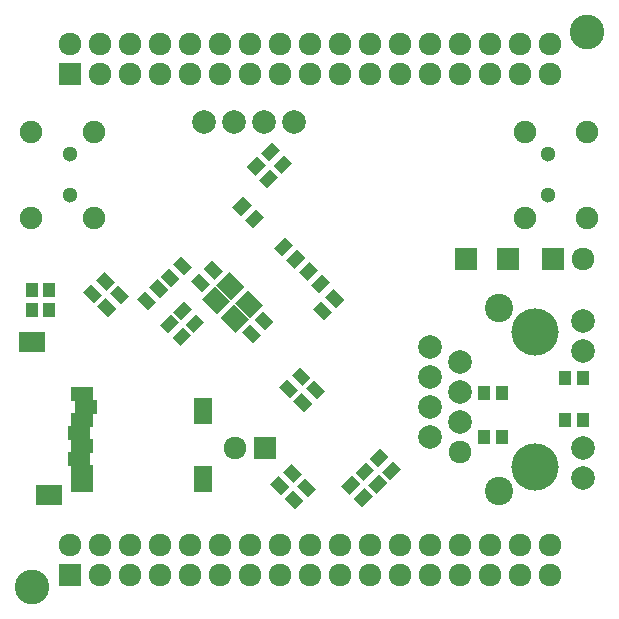
<source format=gbs>
G04 #@! TF.FileFunction,Soldermask,Bot*
%FSLAX46Y46*%
G04 Gerber Fmt 4.6, Leading zero omitted, Abs format (unit mm)*
G04 Created by KiCad (PCBNEW 4.0.7) date 01/23/18 17:02:15*
%MOMM*%
%LPD*%
G01*
G04 APERTURE LIST*
%ADD10C,0.100000*%
%ADD11C,1.924000*%
%ADD12C,2.000000*%
%ADD13C,4.000000*%
%ADD14C,2.400000*%
%ADD15C,1.300000*%
%ADD16C,1.900000*%
%ADD17R,1.924000X1.924000*%
%ADD18R,1.000000X1.300000*%
%ADD19R,2.300000X1.800000*%
%ADD20R,1.900000X1.200000*%
%ADD21R,1.500000X2.200000*%
%ADD22R,1.900000X1.900000*%
%ADD23C,2.940000*%
G04 APERTURE END LIST*
D10*
G36*
X16724264Y29143503D02*
X17643503Y28224264D01*
X16936396Y27517157D01*
X16017157Y28436396D01*
X16724264Y29143503D01*
X16724264Y29143503D01*
G37*
G36*
X15663604Y28082843D02*
X16582843Y27163604D01*
X15875736Y26456497D01*
X14956497Y27375736D01*
X15663604Y28082843D01*
X15663604Y28082843D01*
G37*
G36*
X20175736Y22156497D02*
X19256497Y23075736D01*
X19963604Y23782843D01*
X20882843Y22863604D01*
X20175736Y22156497D01*
X20175736Y22156497D01*
G37*
G36*
X21236396Y23217157D02*
X20317157Y24136396D01*
X21024264Y24843503D01*
X21943503Y23924264D01*
X21236396Y23217157D01*
X21236396Y23217157D01*
G37*
D11*
X37700000Y12900000D03*
D12*
X35160000Y14170000D03*
X37700000Y15440000D03*
X35160000Y16710000D03*
X37700000Y17980000D03*
X35160000Y19250000D03*
X37700000Y20520000D03*
X35160000Y21790000D03*
X48110000Y10720000D03*
X48110000Y13260000D03*
X48110000Y21430000D03*
X48110000Y23970000D03*
D13*
X44050000Y11630000D03*
X44050000Y23060000D03*
D14*
X41000000Y9600000D03*
X41000000Y25090000D03*
D15*
X45200000Y34650000D03*
X45200000Y38150000D03*
D16*
X43200000Y32750000D03*
X43200000Y40050000D03*
X48500000Y32750000D03*
X48500000Y40050000D03*
D15*
X4700000Y38150000D03*
X4700000Y34650000D03*
D16*
X6700000Y40050000D03*
X6700000Y32750000D03*
X1400000Y40050000D03*
X1400000Y32750000D03*
D10*
G36*
X17101171Y27071842D02*
X18228158Y28198829D01*
X19498829Y26928158D01*
X18371842Y25801171D01*
X17101171Y27071842D01*
X17101171Y27071842D01*
G37*
G36*
X18663736Y25509277D02*
X19790723Y26636264D01*
X21061394Y25365593D01*
X19934407Y24238606D01*
X18663736Y25509277D01*
X18663736Y25509277D01*
G37*
G36*
X17460381Y24305923D02*
X18587368Y25432910D01*
X19858039Y24162239D01*
X18731052Y23035252D01*
X17460381Y24305923D01*
X17460381Y24305923D01*
G37*
G36*
X15897817Y25868488D02*
X17024804Y26995475D01*
X18295475Y25724804D01*
X17168488Y24597817D01*
X15897817Y25868488D01*
X15897817Y25868488D01*
G37*
D11*
X4700000Y5040000D03*
D17*
X4700000Y2500000D03*
D11*
X7240000Y5040000D03*
X7240000Y2500000D03*
X9780000Y5040000D03*
X9780000Y2500000D03*
X12320000Y5040000D03*
X12320000Y2500000D03*
X14860000Y5040000D03*
X14860000Y2500000D03*
X17400000Y5040000D03*
X17400000Y2500000D03*
X19940000Y5040000D03*
X19940000Y2500000D03*
X22480000Y5040000D03*
X22480000Y2500000D03*
X25020000Y5040000D03*
X25020000Y2500000D03*
X27560000Y5040000D03*
X27560000Y2500000D03*
X30100000Y5040000D03*
X30100000Y2500000D03*
X32640000Y5040000D03*
X32640000Y2500000D03*
X35180000Y5040000D03*
X35180000Y2500000D03*
X37720000Y5040000D03*
X37720000Y2500000D03*
X40260000Y5040000D03*
X40260000Y2500000D03*
X42800000Y5040000D03*
X42800000Y2500000D03*
X45340000Y5040000D03*
X45340000Y2500000D03*
X4700000Y47440000D03*
D17*
X4700000Y44900000D03*
D11*
X7240000Y47440000D03*
X7240000Y44900000D03*
X9780000Y47440000D03*
X9780000Y44900000D03*
X12320000Y47440000D03*
X12320000Y44900000D03*
X14860000Y47440000D03*
X14860000Y44900000D03*
X17400000Y47440000D03*
X17400000Y44900000D03*
X19940000Y47440000D03*
X19940000Y44900000D03*
X22480000Y47440000D03*
X22480000Y44900000D03*
X25020000Y47440000D03*
X25020000Y44900000D03*
X27560000Y47440000D03*
X27560000Y44900000D03*
X30100000Y47440000D03*
X30100000Y44900000D03*
X32640000Y47440000D03*
X32640000Y44900000D03*
X35180000Y47440000D03*
X35180000Y44900000D03*
X37720000Y47440000D03*
X37720000Y44900000D03*
X40260000Y47440000D03*
X40260000Y44900000D03*
X42800000Y47440000D03*
X42800000Y44900000D03*
X45340000Y47440000D03*
X45340000Y44900000D03*
D18*
X39750000Y14200000D03*
X41250000Y14200000D03*
D10*
G36*
X24624264Y10743503D02*
X25543503Y9824264D01*
X24836396Y9117157D01*
X23917157Y10036396D01*
X24624264Y10743503D01*
X24624264Y10743503D01*
G37*
G36*
X23563604Y9682843D02*
X24482843Y8763604D01*
X23775736Y8056497D01*
X22856497Y8975736D01*
X23563604Y9682843D01*
X23563604Y9682843D01*
G37*
G36*
X23424264Y11943503D02*
X24343503Y11024264D01*
X23636396Y10317157D01*
X22717157Y11236396D01*
X23424264Y11943503D01*
X23424264Y11943503D01*
G37*
G36*
X22363604Y10882843D02*
X23282843Y9963604D01*
X22575736Y9256497D01*
X21656497Y10175736D01*
X22363604Y10882843D01*
X22363604Y10882843D01*
G37*
D18*
X39750000Y17950000D03*
X41250000Y17950000D03*
D10*
G36*
X28856497Y11174264D02*
X29775736Y12093503D01*
X30482843Y11386396D01*
X29563604Y10467157D01*
X28856497Y11174264D01*
X28856497Y11174264D01*
G37*
G36*
X29917157Y10113604D02*
X30836396Y11032843D01*
X31543503Y10325736D01*
X30624264Y9406497D01*
X29917157Y10113604D01*
X29917157Y10113604D01*
G37*
G36*
X27656497Y10024264D02*
X28575736Y10943503D01*
X29282843Y10236396D01*
X28363604Y9317157D01*
X27656497Y10024264D01*
X27656497Y10024264D01*
G37*
G36*
X28717157Y8963604D02*
X29636396Y9882843D01*
X30343503Y9175736D01*
X29424264Y8256497D01*
X28717157Y8963604D01*
X28717157Y8963604D01*
G37*
G36*
X14993503Y22825736D02*
X14074264Y21906497D01*
X13367157Y22613604D01*
X14286396Y23532843D01*
X14993503Y22825736D01*
X14993503Y22825736D01*
G37*
G36*
X13932843Y23886396D02*
X13013604Y22967157D01*
X12306497Y23674264D01*
X13225736Y24593503D01*
X13932843Y23886396D01*
X13932843Y23886396D01*
G37*
G36*
X19656497Y37024264D02*
X20575736Y37943503D01*
X21282843Y37236396D01*
X20363604Y36317157D01*
X19656497Y37024264D01*
X19656497Y37024264D01*
G37*
G36*
X20717157Y35963604D02*
X21636396Y36882843D01*
X22343503Y36175736D01*
X21424264Y35256497D01*
X20717157Y35963604D01*
X20717157Y35963604D01*
G37*
G36*
X7574264Y28193503D02*
X8493503Y27274264D01*
X7786396Y26567157D01*
X6867157Y27486396D01*
X7574264Y28193503D01*
X7574264Y28193503D01*
G37*
G36*
X6513604Y27132843D02*
X7432843Y26213604D01*
X6725736Y25506497D01*
X5806497Y26425736D01*
X6513604Y27132843D01*
X6513604Y27132843D01*
G37*
G36*
X24525736Y16306497D02*
X23606497Y17225736D01*
X24313604Y17932843D01*
X25232843Y17013604D01*
X24525736Y16306497D01*
X24525736Y16306497D01*
G37*
G36*
X25586396Y17367157D02*
X24667157Y18286396D01*
X25374264Y18993503D01*
X26293503Y18074264D01*
X25586396Y17367157D01*
X25586396Y17367157D01*
G37*
G36*
X16093503Y23925736D02*
X15174264Y23006497D01*
X14467157Y23713604D01*
X15386396Y24632843D01*
X16093503Y23925736D01*
X16093503Y23925736D01*
G37*
G36*
X15032843Y24986396D02*
X14113604Y24067157D01*
X13406497Y24774264D01*
X14325736Y25693503D01*
X15032843Y24986396D01*
X15032843Y24986396D01*
G37*
G36*
X20856497Y38224264D02*
X21775736Y39143503D01*
X22482843Y38436396D01*
X21563604Y37517157D01*
X20856497Y38224264D01*
X20856497Y38224264D01*
G37*
G36*
X21917157Y37163604D02*
X22836396Y38082843D01*
X23543503Y37375736D01*
X22624264Y36456497D01*
X21917157Y37163604D01*
X21917157Y37163604D01*
G37*
G36*
X8774264Y27043503D02*
X9693503Y26124264D01*
X8986396Y25417157D01*
X8067157Y26336396D01*
X8774264Y27043503D01*
X8774264Y27043503D01*
G37*
G36*
X7713604Y25982843D02*
X8632843Y25063604D01*
X7925736Y24356497D01*
X7006497Y25275736D01*
X7713604Y25982843D01*
X7713604Y25982843D01*
G37*
G36*
X23325736Y17456497D02*
X22406497Y18375736D01*
X23113604Y19082843D01*
X24032843Y18163604D01*
X23325736Y17456497D01*
X23325736Y17456497D01*
G37*
G36*
X24386396Y18517157D02*
X23467157Y19436396D01*
X24174264Y20143503D01*
X25093503Y19224264D01*
X24386396Y18517157D01*
X24386396Y18517157D01*
G37*
G36*
X26175736Y24056497D02*
X25256497Y24975736D01*
X25963604Y25682843D01*
X26882843Y24763604D01*
X26175736Y24056497D01*
X26175736Y24056497D01*
G37*
G36*
X27236396Y25117157D02*
X26317157Y26036396D01*
X27024264Y26743503D01*
X27943503Y25824264D01*
X27236396Y25117157D01*
X27236396Y25117157D01*
G37*
G36*
X21143503Y32775736D02*
X20224264Y31856497D01*
X19517157Y32563604D01*
X20436396Y33482843D01*
X21143503Y32775736D01*
X21143503Y32775736D01*
G37*
G36*
X20082843Y33836396D02*
X19163604Y32917157D01*
X18456497Y33624264D01*
X19375736Y34543503D01*
X20082843Y33836396D01*
X20082843Y33836396D01*
G37*
G36*
X32743503Y11475736D02*
X31824264Y10556497D01*
X31117157Y11263604D01*
X32036396Y12182843D01*
X32743503Y11475736D01*
X32743503Y11475736D01*
G37*
G36*
X31682843Y12536396D02*
X30763604Y11617157D01*
X30056497Y12324264D01*
X30975736Y13243503D01*
X31682843Y12536396D01*
X31682843Y12536396D01*
G37*
D11*
X18660000Y13250000D03*
D17*
X21200000Y13250000D03*
D11*
X48140000Y29300000D03*
D17*
X45600000Y29300000D03*
D18*
X46600000Y15600000D03*
X48100000Y15600000D03*
X46600000Y19200000D03*
X48100000Y19200000D03*
D12*
X23700000Y40850000D03*
X21160000Y40850000D03*
X18620000Y40850000D03*
X16080000Y40850000D03*
D19*
X2900000Y9300000D03*
X1500000Y22200000D03*
D20*
X5700000Y10100000D03*
X5700000Y11200000D03*
X5500000Y12300000D03*
X5700000Y13400000D03*
X5500000Y14500000D03*
X5700000Y15600000D03*
X6100000Y16700000D03*
X5700000Y17800000D03*
D21*
X16000000Y10650000D03*
X16000000Y16350000D03*
D18*
X2950000Y24950000D03*
X1450000Y24950000D03*
D10*
G36*
X12124264Y27593503D02*
X13043503Y26674264D01*
X12336396Y25967157D01*
X11417157Y26886396D01*
X12124264Y27593503D01*
X12124264Y27593503D01*
G37*
G36*
X11063604Y26532843D02*
X11982843Y25613604D01*
X11275736Y24906497D01*
X10356497Y25825736D01*
X11063604Y26532843D01*
X11063604Y26532843D01*
G37*
G36*
X13275736Y26856497D02*
X12356497Y27775736D01*
X13063604Y28482843D01*
X13982843Y27563604D01*
X13275736Y26856497D01*
X13275736Y26856497D01*
G37*
G36*
X14336396Y27917157D02*
X13417157Y28836396D01*
X14124264Y29543503D01*
X15043503Y28624264D01*
X14336396Y27917157D01*
X14336396Y27917157D01*
G37*
G36*
X24643503Y29375736D02*
X23724264Y28456497D01*
X23017157Y29163604D01*
X23936396Y30082843D01*
X24643503Y29375736D01*
X24643503Y29375736D01*
G37*
G36*
X23582843Y30436396D02*
X22663604Y29517157D01*
X21956497Y30224264D01*
X22875736Y31143503D01*
X23582843Y30436396D01*
X23582843Y30436396D01*
G37*
G36*
X24056497Y28124264D02*
X24975736Y29043503D01*
X25682843Y28336396D01*
X24763604Y27417157D01*
X24056497Y28124264D01*
X24056497Y28124264D01*
G37*
G36*
X25117157Y27063604D02*
X26036396Y27982843D01*
X26743503Y27275736D01*
X25824264Y26356497D01*
X25117157Y27063604D01*
X25117157Y27063604D01*
G37*
D18*
X1450000Y26600000D03*
X2950000Y26600000D03*
D22*
X38250000Y29300000D03*
X41750000Y29300000D03*
D23*
X1500000Y1500000D03*
X48500000Y48500000D03*
M02*

</source>
